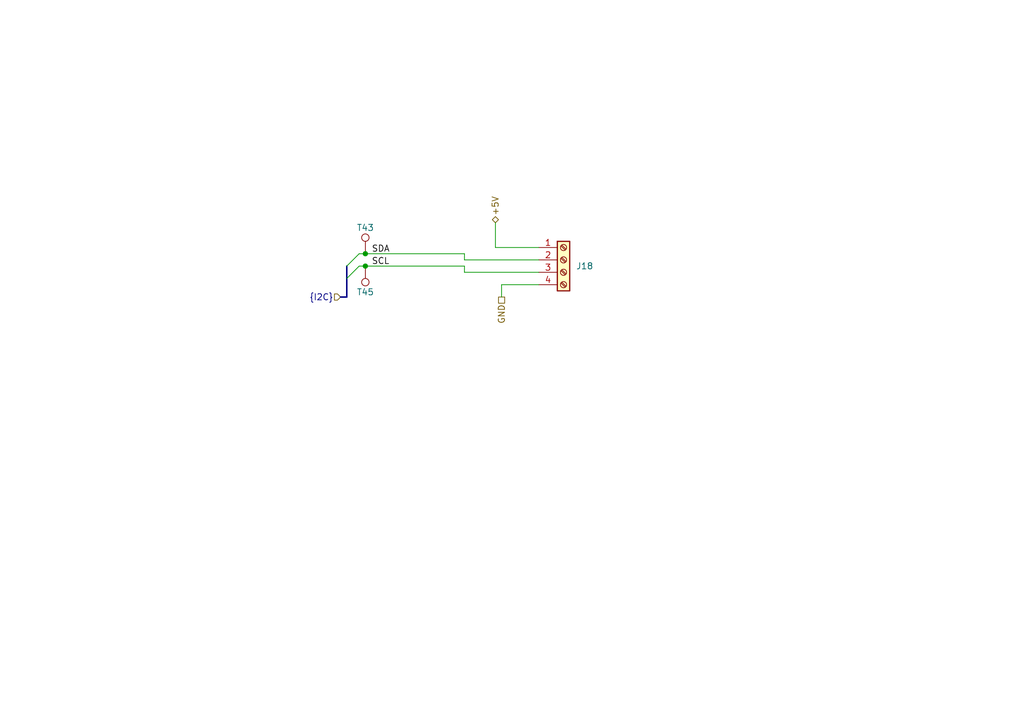
<source format=kicad_sch>
(kicad_sch (version 20231120) (generator "eeschema") (generator_version "8.0")
  (paper "A5")
  (title_block (title "Anemometer") (date "2024-04-17") (rev "1.0"))
  (lib_symbols
    (symbol "Connector:Screw_Terminal_01x04" (pin_names (offset 1.016) hide)
      (property "Reference" "J" (at 0 5.08 0))
      (property "Value" "Screw_Terminal_01x04" (at 0 -7.62 0))
      (symbol "Screw_Terminal_01x04_1_1"
        (rectangle (start -1.27 3.81) (end 1.27 -6.35) (stroke (width 0.254)) (fill (type background)))
        (circle (center 0 -5.08) (radius 0.635) (stroke (width 0.1524)))
        (circle (center 0 -2.54) (radius 0.635) (stroke (width 0.1524)))
        (polyline (pts (xy -0.5334 -4.7498) (xy 0.3302 -5.588)) (stroke (width 0.1524)))
        (polyline (pts (xy -0.5334 -2.2098) (xy 0.3302 -3.048)) (stroke (width 0.1524)))
        (polyline (pts (xy -0.5334 0.3302) (xy 0.3302 -0.508)) (stroke (width 0.1524)))
        (polyline (pts (xy -0.5334 2.8702) (xy 0.3302 2.032)) (stroke (width 0.1524)))
        (polyline (pts (xy -0.3556 -4.572) (xy 0.508 -5.4102)) (stroke (width 0.1524)))
        (polyline (pts (xy -0.3556 -2.032) (xy 0.508 -2.8702)) (stroke (width 0.1524)))
        (polyline (pts (xy -0.3556 0.508) (xy 0.508 -0.3302)) (stroke (width 0.1524)))
        (polyline (pts (xy -0.3556 3.048) (xy 0.508 2.2098)) (stroke (width 0.1524)))
        (circle (center 0 0) (radius 0.635) (stroke (width 0.1524)))
        (circle (center 0 2.54) (radius 0.635) (stroke (width 0.1524)))
        (pin passive line (at -5.08 2.54 0) (length 3.81) (name "Pin_1") (number "1"))
        (pin passive line (at -5.08 0 0) (length 3.81) (name "Pin_2") (number "2"))
        (pin passive line (at -5.08 -2.54 0) (length 3.81) (name "Pin_3") (number "3"))
        (pin passive line (at -5.08 -5.08 0) (length 3.81) (name "Pin_4") (number "4"))
      )
    )
    (symbol "Connector:TestPoint" (pin_numbers hide) (pin_names (offset 0.762) hide)
      (property "Reference" "TP" (at 0 6.858 0))
      (property "Value" "TestPoint" (at 0 5.08 0))
      (symbol "TestPoint_0_1"
        (circle (center 0 3.302) (radius 0.762))
      )
      (symbol "TestPoint_1_1"
        (pin passive line (at 0 0 90) (length 2.54) (name "1") (number "1"))
      )
    )
  )
  (junction (at 74.93 54.61))
  (junction (at 74.93 52.07))
  (bus_entry (at 73.66 54.61) (size -2.54 2.54))
  (bus_entry (at 73.66 52.07) (size -2.54 2.54))
  (wire (pts (xy 74.93 54.61) (xy 95.25 54.61)))
  (wire (pts (xy 101.6 50.8) (xy 110.49 50.8)))
  (wire (pts (xy 102.87 58.42) (xy 110.49 58.42)))
  (wire (pts (xy 73.66 52.07) (xy 74.93 52.07)))
  (wire (pts (xy 73.66 54.61) (xy 74.93 54.61)))
  (wire (pts (xy 95.25 53.34) (xy 110.49 53.34)))
  (wire (pts (xy 74.93 52.07) (xy 95.25 52.07)))
  (wire (pts (xy 95.25 52.07) (xy 95.25 53.34)))
  (bus (pts (xy 71.12 57.15) (xy 71.12 54.61)))
  (wire (pts (xy 101.6 45.72) (xy 101.6 50.8)))
  (wire (pts (xy 95.25 54.61) (xy 95.25 55.88)))
  (bus (pts (xy 69.85 60.96) (xy 71.12 60.96)))
  (wire (pts (xy 95.25 55.88) (xy 110.49 55.88)))
  (bus (pts (xy 71.12 60.96) (xy 71.12 57.15)))
  (wire (pts (xy 102.87 58.42) (xy 102.87 60.96)))
  (label "SCL" (at 76.2 54.61 0))
  (label "SDA" (at 76.2 52.07 0))
  (hierarchical_label "GND" (shape passive) (at 102.87 60.96 270))
  (hierarchical_label "+5V" (shape bidirectional) (at 101.6 45.72 90))
  (hierarchical_label "{I2C}" (shape input) (at 69.85 60.96 180))
  (symbol (lib_id "Connector:TestPoint") (at 74.93 52.07 0) (unit 1)
    (property "Reference" "T43" (at 74.93 46.736 0))
    (property "Value" "TP" (effects (hide yes)))
    (property "Footprint" "TestPoint:TestPoint_Pad_D1.0mm" (effects (hide yes)))
    (property "Description" "test point" (effects (hide yes)))
  )
  (symbol (lib_id "Connector:TestPoint") (at 74.93 54.61 180) (unit 1)
    (property "Reference" "T45" (at 74.93 59.944 0))
    (property "Value" "TP" (effects (hide yes)))
    (property "Footprint" "TestPoint:TestPoint_Pad_D1.0mm" (effects (hide yes)))
    (property "Description" "test point" (effects (hide yes)))
  )
  (symbol (lib_id "Connector:Screw_Terminal_01x04") (at 115.57 53.34 0) (unit 1)
    (property "Reference" "J18" (at 118.11 54.6099 0) (effects (justify left)))
    (property "Value" "KF128-2.54_4P" (effects (hide yes)))
    (property "Footprint" "TerminalBlock_Phoenix:TerminalBlock_Phoenix_MPT-0,5-4-2.54_1x04_P2.54mm_Horizontal" (effects (hide yes)))
    (property "Description" "Generic screw terminal, single row, 01x04, script generated (kicad-library-utils/schlib/autogen/connector/)" (effects (hide yes)))
  )
)
</source>
